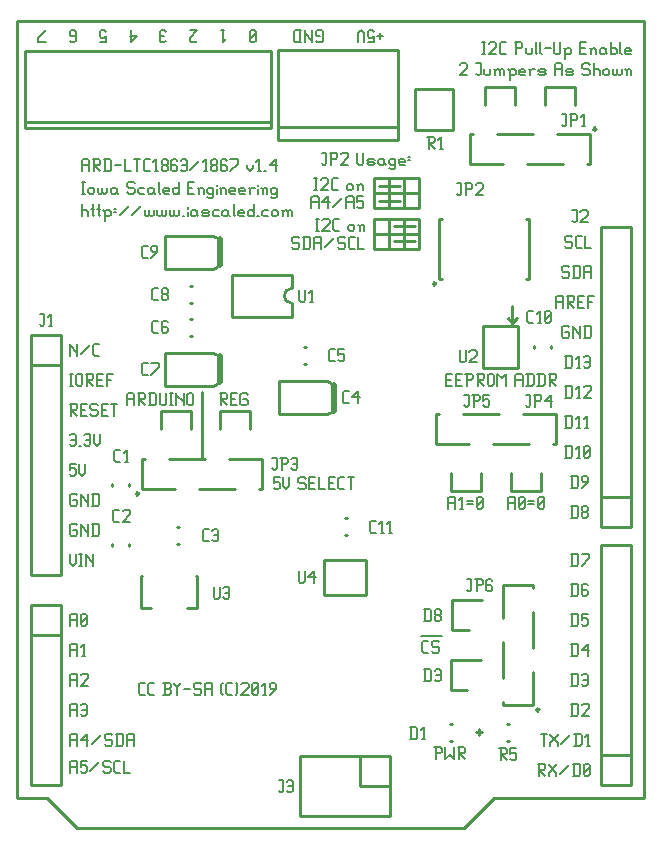
<source format=gbr>
G04 start of page 8 for group -4079 idx -4079 *
G04 Title: (unknown), topsilk *
G04 Creator: pcb 20140316 *
G04 CreationDate: Sun 31 Mar 2019 02:17:40 PM GMT UTC *
G04 For: railfan *
G04 Format: Gerber/RS-274X *
G04 PCB-Dimensions (mil): 2100.00 2700.00 *
G04 PCB-Coordinate-Origin: lower left *
%MOIN*%
%FSLAX25Y25*%
%LNTOPSILK*%
%ADD75C,0.0200*%
%ADD74C,0.0080*%
%ADD73C,0.0100*%
G54D73*X209500Y269500D02*Y10500D01*
X145000Y113000D02*Y119000D01*
X155000D02*Y113000D01*
X145000D02*X155000D01*
X165000D02*Y119000D01*
X175000D02*Y113000D01*
X165000D02*X175000D01*
X153500Y32500D02*X155500D01*
X154500Y33500D02*Y31500D01*
G54D74*X135000Y64500D02*X142000D01*
G54D73*X500Y269500D02*X209500D01*
X48500Y139500D02*X58500D01*
X156500Y247500D02*X166500D01*
Y241500D01*
X176500D02*Y247500D01*
X186500D01*
Y241500D01*
X156500D02*Y247500D01*
X119500Y207100D02*X134500D01*
X121000Y214600D02*X128000D01*
X121000Y209600D02*X128000D01*
X134500Y203600D02*Y193600D01*
X129500Y203600D02*Y193600D01*
X126000Y201100D02*X133000D01*
X126000Y196100D02*X133000D01*
X124500Y203600D02*Y193600D01*
X119500Y203600D02*Y193600D01*
X500Y10500D02*Y269500D01*
X68000Y133500D02*Y139500D01*
X78000D02*Y133500D01*
X68000Y139500D02*X78000D01*
X62000Y146000D02*Y123500D01*
X48500Y133500D02*Y139500D01*
X58500D02*Y133500D01*
X165500Y169000D02*Y174500D01*
Y169000D02*X164000Y170500D01*
X165500Y169000D02*X167000Y170500D01*
X134500Y212100D02*X119500D01*
Y217100D02*X134500D01*
Y207100D01*
X129500Y217100D02*Y207100D01*
X119500Y193600D02*X134500D01*
Y198600D02*X119500D01*
X124500Y217100D02*Y207100D01*
X119500Y217100D02*Y207100D01*
Y203600D02*X134500D01*
X20500Y500D02*X10500Y10500D01*
X149500Y500D02*X20500D01*
X500Y10500D02*X10500D01*
X209500D02*X159500D01*
X149500Y500D01*
X151000Y66500D02*X145500D01*
Y76500D01*
X155500D01*
X150500Y46500D02*X145000D01*
Y56500D01*
X155000D01*
G54D74*X18000Y22500D02*Y19000D01*
Y22500D02*X18500Y23000D01*
X20000D01*
X20500Y22500D01*
Y19000D01*
X18000Y21000D02*X20500D01*
X21700Y23000D02*X23700D01*
X21700D02*Y21000D01*
X22200Y21500D01*
X23200D01*
X23700Y21000D01*
Y19500D01*
X23200Y19000D02*X23700Y19500D01*
X22200Y19000D02*X23200D01*
X21700Y19500D02*X22200Y19000D01*
X24900Y19500D02*X27900Y22500D01*
X31100Y23000D02*X31600Y22500D01*
X29600Y23000D02*X31100D01*
X29100Y22500D02*X29600Y23000D01*
X29100Y22500D02*Y21500D01*
X29600Y21000D01*
X31100D01*
X31600Y20500D01*
Y19500D01*
X31100Y19000D02*X31600Y19500D01*
X29600Y19000D02*X31100D01*
X29100Y19500D02*X29600Y19000D01*
X33300D02*X34800D01*
X32800Y19500D02*X33300Y19000D01*
X32800Y22500D02*Y19500D01*
Y22500D02*X33300Y23000D01*
X34800D01*
X36000D02*Y19000D01*
X38000D01*
X18000Y31500D02*Y28000D01*
Y31500D02*X18500Y32000D01*
X20000D01*
X20500Y31500D01*
Y28000D01*
X18000Y30000D02*X20500D01*
X21700D02*X23700Y32000D01*
X21700Y30000D02*X24200D01*
X23700Y32000D02*Y28000D01*
X25400Y28500D02*X28400Y31500D01*
X31600Y32000D02*X32100Y31500D01*
X30100Y32000D02*X31600D01*
X29600Y31500D02*X30100Y32000D01*
X29600Y31500D02*Y30500D01*
X30100Y30000D01*
X31600D01*
X32100Y29500D01*
Y28500D01*
X31600Y28000D02*X32100Y28500D01*
X30100Y28000D02*X31600D01*
X29600Y28500D02*X30100Y28000D01*
X33800Y32000D02*Y28000D01*
X35300Y32000D02*X35800Y31500D01*
Y28500D01*
X35300Y28000D02*X35800Y28500D01*
X33300Y28000D02*X35300D01*
X33300Y32000D02*X35300D01*
X37000Y31500D02*Y28000D01*
Y31500D02*X37500Y32000D01*
X39000D01*
X39500Y31500D01*
Y28000D01*
X37000Y30000D02*X39500D01*
X18000Y41500D02*Y38000D01*
Y41500D02*X18500Y42000D01*
X20000D01*
X20500Y41500D01*
Y38000D01*
X18000Y40000D02*X20500D01*
X21700Y41500D02*X22200Y42000D01*
X23200D01*
X23700Y41500D01*
Y38500D01*
X23200Y38000D02*X23700Y38500D01*
X22200Y38000D02*X23200D01*
X21700Y38500D02*X22200Y38000D01*
Y40000D02*X23700D01*
X18000Y51500D02*Y48000D01*
Y51500D02*X18500Y52000D01*
X20000D01*
X20500Y51500D01*
Y48000D01*
X18000Y50000D02*X20500D01*
X21700Y51500D02*X22200Y52000D01*
X23700D01*
X24200Y51500D01*
Y50500D01*
X21700Y48000D02*X24200Y50500D01*
X21700Y48000D02*X24200D01*
X18000Y61500D02*Y58000D01*
Y61500D02*X18500Y62000D01*
X20000D01*
X20500Y61500D01*
Y58000D01*
X18000Y60000D02*X20500D01*
X22200Y58000D02*X23200D01*
X22700Y62000D02*Y58000D01*
X21700Y61000D02*X22700Y62000D01*
X18000Y71500D02*Y68000D01*
Y71500D02*X18500Y72000D01*
X20000D01*
X20500Y71500D01*
Y68000D01*
X18000Y70000D02*X20500D01*
X21700Y68500D02*X22200Y68000D01*
X21700Y71500D02*Y68500D01*
Y71500D02*X22200Y72000D01*
X23200D01*
X23700Y71500D01*
Y68500D01*
X23200Y68000D02*X23700Y68500D01*
X22200Y68000D02*X23200D01*
X21700Y69000D02*X23700Y71000D01*
X18000Y92000D02*Y89000D01*
X19000Y88000D01*
X20000Y89000D01*
Y92000D02*Y89000D01*
X21200Y92000D02*X22200D01*
X21700D02*Y88000D01*
X21200D02*X22200D01*
X23400Y92000D02*Y88000D01*
Y92000D02*Y91500D01*
X25900Y89000D01*
Y92000D02*Y88000D01*
X20000Y102000D02*X20500Y101500D01*
X18500Y102000D02*X20000D01*
X18000Y101500D02*X18500Y102000D01*
X18000Y101500D02*Y98500D01*
X18500Y98000D01*
X20000D01*
X20500Y98500D01*
Y99500D02*Y98500D01*
X20000Y100000D02*X20500Y99500D01*
X19000Y100000D02*X20000D01*
X21700Y102000D02*Y98000D01*
Y102000D02*Y101500D01*
X24200Y99000D01*
Y102000D02*Y98000D01*
X25900Y102000D02*Y98000D01*
X27400Y102000D02*X27900Y101500D01*
Y98500D01*
X27400Y98000D02*X27900Y98500D01*
X25400Y98000D02*X27400D01*
X25400Y102000D02*X27400D01*
X20000Y112000D02*X20500Y111500D01*
X18500Y112000D02*X20000D01*
X18000Y111500D02*X18500Y112000D01*
X18000Y111500D02*Y108500D01*
X18500Y108000D01*
X20000D01*
X20500Y108500D01*
Y109500D02*Y108500D01*
X20000Y110000D02*X20500Y109500D01*
X19000Y110000D02*X20000D01*
X21700Y112000D02*Y108000D01*
Y112000D02*Y111500D01*
X24200Y109000D01*
Y112000D02*Y108000D01*
X25900Y112000D02*Y108000D01*
X27400Y112000D02*X27900Y111500D01*
Y108500D01*
X27400Y108000D02*X27900Y108500D01*
X25400Y108000D02*X27400D01*
X25400Y112000D02*X27400D01*
X41500Y45000D02*X43000D01*
X41000Y45500D02*X41500Y45000D01*
X41000Y48500D02*Y45500D01*
Y48500D02*X41500Y49000D01*
X43000D01*
X44700Y45000D02*X46200D01*
X44200Y45500D02*X44700Y45000D01*
X44200Y48500D02*Y45500D01*
Y48500D02*X44700Y49000D01*
X46200D01*
X49200Y45000D02*X51200D01*
X51700Y45500D01*
Y46500D02*Y45500D01*
X51200Y47000D02*X51700Y46500D01*
X49700Y47000D02*X51200D01*
X49700Y49000D02*Y45000D01*
X49200Y49000D02*X51200D01*
X51700Y48500D01*
Y47500D01*
X51200Y47000D02*X51700Y47500D01*
X52900Y49000D02*Y48500D01*
X53900Y47500D01*
X54900Y48500D01*
Y49000D02*Y48500D01*
X53900Y47500D02*Y45000D01*
X56100Y47000D02*X58100D01*
X61300Y49000D02*X61800Y48500D01*
X59800Y49000D02*X61300D01*
X59300Y48500D02*X59800Y49000D01*
X59300Y48500D02*Y47500D01*
X59800Y47000D01*
X61300D01*
X61800Y46500D01*
Y45500D01*
X61300Y45000D02*X61800Y45500D01*
X59800Y45000D02*X61300D01*
X59300Y45500D02*X59800Y45000D01*
X63000Y48500D02*Y45000D01*
Y48500D02*X63500Y49000D01*
X65000D01*
X65500Y48500D01*
Y45000D01*
X63000Y47000D02*X65500D01*
X68500Y45500D02*X69000Y45000D01*
X68500Y48500D02*X69000Y49000D01*
X68500Y48500D02*Y45500D01*
X70700Y45000D02*X72200D01*
X70200Y45500D02*X70700Y45000D01*
X70200Y48500D02*Y45500D01*
Y48500D02*X70700Y49000D01*
X72200D01*
X73400D02*X73900Y48500D01*
Y45500D01*
X73400Y45000D02*X73900Y45500D01*
X75100Y48500D02*X75600Y49000D01*
X77100D01*
X77600Y48500D01*
Y47500D01*
X75100Y45000D02*X77600Y47500D01*
X75100Y45000D02*X77600D01*
X78800Y45500D02*X79300Y45000D01*
X78800Y48500D02*Y45500D01*
Y48500D02*X79300Y49000D01*
X80300D01*
X80800Y48500D01*
Y45500D01*
X80300Y45000D02*X80800Y45500D01*
X79300Y45000D02*X80300D01*
X78800Y46000D02*X80800Y48000D01*
X82500Y45000D02*X83500D01*
X83000Y49000D02*Y45000D01*
X82000Y48000D02*X83000Y49000D01*
X84700Y45000D02*X86700Y47000D01*
Y48500D02*Y47000D01*
X86200Y49000D02*X86700Y48500D01*
X85200Y49000D02*X86200D01*
X84700Y48500D02*X85200Y49000D01*
X84700Y48500D02*Y47500D01*
X85200Y47000D01*
X86700D01*
X185500Y108000D02*Y104000D01*
X187000Y108000D02*X187500Y107500D01*
Y104500D01*
X187000Y104000D02*X187500Y104500D01*
X185000Y104000D02*X187000D01*
X185000Y108000D02*X187000D01*
X188700Y104500D02*X189200Y104000D01*
X188700Y105500D02*Y104500D01*
Y105500D02*X189200Y106000D01*
X190200D01*
X190700Y105500D01*
Y104500D01*
X190200Y104000D02*X190700Y104500D01*
X189200Y104000D02*X190200D01*
X188700Y106500D02*X189200Y106000D01*
X188700Y107500D02*Y106500D01*
Y107500D02*X189200Y108000D01*
X190200D01*
X190700Y107500D01*
Y106500D01*
X190200Y106000D02*X190700Y106500D01*
X183500Y138000D02*Y134000D01*
X185000Y138000D02*X185500Y137500D01*
Y134500D01*
X185000Y134000D02*X185500Y134500D01*
X183000Y134000D02*X185000D01*
X183000Y138000D02*X185000D01*
X187200Y134000D02*X188200D01*
X187700Y138000D02*Y134000D01*
X186700Y137000D02*X187700Y138000D01*
X189900Y134000D02*X190900D01*
X190400Y138000D02*Y134000D01*
X189400Y137000D02*X190400Y138000D01*
X183500Y128000D02*Y124000D01*
X185000Y128000D02*X185500Y127500D01*
Y124500D01*
X185000Y124000D02*X185500Y124500D01*
X183000Y124000D02*X185000D01*
X183000Y128000D02*X185000D01*
X187200Y124000D02*X188200D01*
X187700Y128000D02*Y124000D01*
X186700Y127000D02*X187700Y128000D01*
X189400Y124500D02*X189900Y124000D01*
X189400Y127500D02*Y124500D01*
Y127500D02*X189900Y128000D01*
X190900D01*
X191400Y127500D01*
Y124500D01*
X190900Y124000D02*X191400Y124500D01*
X189900Y124000D02*X190900D01*
X189400Y125000D02*X191400Y127000D01*
X185500Y118000D02*Y114000D01*
X187000Y118000D02*X187500Y117500D01*
Y114500D01*
X187000Y114000D02*X187500Y114500D01*
X185000Y114000D02*X187000D01*
X185000Y118000D02*X187000D01*
X188700Y114000D02*X190700Y116000D01*
Y117500D02*Y116000D01*
X190200Y118000D02*X190700Y117500D01*
X189200Y118000D02*X190200D01*
X188700Y117500D02*X189200Y118000D01*
X188700Y117500D02*Y116500D01*
X189200Y116000D01*
X190700D01*
X185500Y52000D02*Y48000D01*
X187000Y52000D02*X187500Y51500D01*
Y48500D01*
X187000Y48000D02*X187500Y48500D01*
X185000Y48000D02*X187000D01*
X185000Y52000D02*X187000D01*
X188700Y51500D02*X189200Y52000D01*
X190200D01*
X190700Y51500D01*
Y48500D01*
X190200Y48000D02*X190700Y48500D01*
X189200Y48000D02*X190200D01*
X188700Y48500D02*X189200Y48000D01*
Y50000D02*X190700D01*
X185500Y62000D02*Y58000D01*
X187000Y62000D02*X187500Y61500D01*
Y58500D01*
X187000Y58000D02*X187500Y58500D01*
X185000Y58000D02*X187000D01*
X185000Y62000D02*X187000D01*
X188700Y60000D02*X190700Y62000D01*
X188700Y60000D02*X191200D01*
X190700Y62000D02*Y58000D01*
X185500Y42000D02*Y38000D01*
X187000Y42000D02*X187500Y41500D01*
Y38500D01*
X187000Y38000D02*X187500Y38500D01*
X185000Y38000D02*X187000D01*
X185000Y42000D02*X187000D01*
X188700Y41500D02*X189200Y42000D01*
X190700D01*
X191200Y41500D01*
Y40500D01*
X188700Y38000D02*X191200Y40500D01*
X188700Y38000D02*X191200D01*
X174000Y22000D02*X176000D01*
X176500Y21500D01*
Y20500D01*
X176000Y20000D02*X176500Y20500D01*
X174500Y20000D02*X176000D01*
X174500Y22000D02*Y18000D01*
Y20000D02*X176500Y18000D01*
X177700Y22000D02*Y21500D01*
X180200Y19000D01*
Y18000D01*
X177700Y19000D02*Y18000D01*
Y19000D02*X180200Y21500D01*
Y22000D02*Y21500D01*
X181400Y18500D02*X184400Y21500D01*
X186100Y22000D02*Y18000D01*
X187600Y22000D02*X188100Y21500D01*
Y18500D01*
X187600Y18000D02*X188100Y18500D01*
X185600Y18000D02*X187600D01*
X185600Y22000D02*X187600D01*
X189300Y18500D02*X189800Y18000D01*
X189300Y21500D02*Y18500D01*
Y21500D02*X189800Y22000D01*
X190800D01*
X191300Y21500D01*
Y18500D01*
X190800Y18000D02*X191300Y18500D01*
X189800Y18000D02*X190800D01*
X189300Y19000D02*X191300Y21000D01*
X175000Y32000D02*X177000D01*
X176000D02*Y28000D01*
X178200Y32000D02*Y31500D01*
X180700Y29000D01*
Y28000D01*
X178200Y29000D02*Y28000D01*
Y29000D02*X180700Y31500D01*
Y32000D02*Y31500D01*
X181900Y28500D02*X184900Y31500D01*
X186600Y32000D02*Y28000D01*
X188100Y32000D02*X188600Y31500D01*
Y28500D01*
X188100Y28000D02*X188600Y28500D01*
X186100Y28000D02*X188100D01*
X186100Y32000D02*X188100D01*
X190300Y28000D02*X191300D01*
X190800Y32000D02*Y28000D01*
X189800Y31000D02*X190800Y32000D01*
X140000Y27500D02*Y23500D01*
X139500Y27500D02*X141500D01*
X142000Y27000D01*
Y26000D01*
X141500Y25500D02*X142000Y26000D01*
X140000Y25500D02*X141500D01*
X143200Y27500D02*Y23500D01*
X144700Y25000D01*
X146200Y23500D01*
Y27500D02*Y23500D01*
X147400Y27500D02*X149400D01*
X149900Y27000D01*
Y26000D01*
X149400Y25500D02*X149900Y26000D01*
X147900Y25500D02*X149400D01*
X147900Y27500D02*Y23500D01*
Y25500D02*X149900Y23500D01*
X136500Y53500D02*Y49500D01*
X138000Y53500D02*X138500Y53000D01*
Y50000D01*
X138000Y49500D02*X138500Y50000D01*
X136000Y49500D02*X138000D01*
X136000Y53500D02*X138000D01*
X139700Y53000D02*X140200Y53500D01*
X141200D01*
X141700Y53000D01*
Y50000D01*
X141200Y49500D02*X141700Y50000D01*
X140200Y49500D02*X141200D01*
X139700Y50000D02*X140200Y49500D01*
Y51500D02*X141700D01*
X185500Y92000D02*Y88000D01*
X187000Y92000D02*X187500Y91500D01*
Y88500D01*
X187000Y88000D02*X187500Y88500D01*
X185000Y88000D02*X187000D01*
X185000Y92000D02*X187000D01*
X188700Y88000D02*X191200Y90500D01*
Y92000D02*Y90500D01*
X188700Y92000D02*X191200D01*
X144000Y110500D02*Y107000D01*
Y110500D02*X144500Y111000D01*
X146000D01*
X146500Y110500D01*
Y107000D01*
X144000Y109000D02*X146500D01*
X148200Y107000D02*X149200D01*
X148700Y111000D02*Y107000D01*
X147700Y110000D02*X148700Y111000D01*
X150400Y109500D02*X152400D01*
X150400Y108500D02*X152400D01*
X153600Y107500D02*X154100Y107000D01*
X153600Y110500D02*Y107500D01*
Y110500D02*X154100Y111000D01*
X155100D01*
X155600Y110500D01*
Y107500D01*
X155100Y107000D02*X155600Y107500D01*
X154100Y107000D02*X155100D01*
X153600Y108000D02*X155600Y110000D01*
X164000Y110500D02*Y107000D01*
Y110500D02*X164500Y111000D01*
X166000D01*
X166500Y110500D01*
Y107000D01*
X164000Y109000D02*X166500D01*
X167700Y107500D02*X168200Y107000D01*
X167700Y110500D02*Y107500D01*
Y110500D02*X168200Y111000D01*
X169200D01*
X169700Y110500D01*
Y107500D01*
X169200Y107000D02*X169700Y107500D01*
X168200Y107000D02*X169200D01*
X167700Y108000D02*X169700Y110000D01*
X170900Y109500D02*X172900D01*
X170900Y108500D02*X172900D01*
X174100Y107500D02*X174600Y107000D01*
X174100Y110500D02*Y107500D01*
Y110500D02*X174600Y111000D01*
X175600D01*
X176100Y110500D01*
Y107500D01*
X175600Y107000D02*X176100Y107500D01*
X174600Y107000D02*X175600D01*
X174100Y108000D02*X176100Y110000D01*
X143500Y150000D02*X145000D01*
X143500Y148000D02*X145500D01*
X143500Y152000D02*Y148000D01*
Y152000D02*X145500D01*
X146700Y150000D02*X148200D01*
X146700Y148000D02*X148700D01*
X146700Y152000D02*Y148000D01*
Y152000D02*X148700D01*
X150400D02*Y148000D01*
X149900Y152000D02*X151900D01*
X152400Y151500D01*
Y150500D01*
X151900Y150000D02*X152400Y150500D01*
X150400Y150000D02*X151900D01*
X153600Y152000D02*X155600D01*
X156100Y151500D01*
Y150500D01*
X155600Y150000D02*X156100Y150500D01*
X154100Y150000D02*X155600D01*
X154100Y152000D02*Y148000D01*
Y150000D02*X156100Y148000D01*
X157300Y151500D02*Y148500D01*
Y151500D02*X157800Y152000D01*
X158800D01*
X159300Y151500D01*
Y148500D01*
X158800Y148000D02*X159300Y148500D01*
X157800Y148000D02*X158800D01*
X157300Y148500D02*X157800Y148000D01*
X160500Y152000D02*Y148000D01*
Y152000D02*X162000Y150500D01*
X163500Y152000D01*
Y148000D01*
X166500Y151500D02*Y148000D01*
Y151500D02*X167000Y152000D01*
X168500D01*
X169000Y151500D01*
Y148000D01*
X166500Y150000D02*X169000D01*
X170700Y152000D02*Y148000D01*
X172200Y152000D02*X172700Y151500D01*
Y148500D01*
X172200Y148000D02*X172700Y148500D01*
X170200Y148000D02*X172200D01*
X170200Y152000D02*X172200D01*
X174400D02*Y148000D01*
X175900Y152000D02*X176400Y151500D01*
Y148500D01*
X175900Y148000D02*X176400Y148500D01*
X173900Y148000D02*X175900D01*
X173900Y152000D02*X175900D01*
X177600D02*X179600D01*
X180100Y151500D01*
Y150500D01*
X179600Y150000D02*X180100Y150500D01*
X178100Y150000D02*X179600D01*
X178100Y152000D02*Y148000D01*
Y150000D02*X180100Y148000D01*
X170000Y145000D02*X171500D01*
Y141500D01*
X171000Y141000D02*X171500Y141500D01*
X170500Y141000D02*X171000D01*
X170000Y141500D02*X170500Y141000D01*
X173200Y145000D02*Y141000D01*
X172700Y145000D02*X174700D01*
X175200Y144500D01*
Y143500D01*
X174700Y143000D02*X175200Y143500D01*
X173200Y143000D02*X174700D01*
X176400D02*X178400Y145000D01*
X176400Y143000D02*X178900D01*
X178400Y145000D02*Y141000D01*
X149500Y145000D02*X151000D01*
Y141500D01*
X150500Y141000D02*X151000Y141500D01*
X150000Y141000D02*X150500D01*
X149500Y141500D02*X150000Y141000D01*
X152700Y145000D02*Y141000D01*
X152200Y145000D02*X154200D01*
X154700Y144500D01*
Y143500D01*
X154200Y143000D02*X154700Y143500D01*
X152700Y143000D02*X154200D01*
X155900Y145000D02*X157900D01*
X155900D02*Y143000D01*
X156400Y143500D01*
X157400D01*
X157900Y143000D01*
Y141500D01*
X157400Y141000D02*X157900Y141500D01*
X156400Y141000D02*X157400D01*
X155900Y141500D02*X156400Y141000D01*
X185500Y82000D02*Y78000D01*
X187000Y82000D02*X187500Y81500D01*
Y78500D01*
X187000Y78000D02*X187500Y78500D01*
X185000Y78000D02*X187000D01*
X185000Y82000D02*X187000D01*
X190200D02*X190700Y81500D01*
X189200Y82000D02*X190200D01*
X188700Y81500D02*X189200Y82000D01*
X188700Y81500D02*Y78500D01*
X189200Y78000D01*
X190200Y80000D02*X190700Y79500D01*
X188700Y80000D02*X190200D01*
X189200Y78000D02*X190200D01*
X190700Y78500D01*
Y79500D02*Y78500D01*
X185500Y72000D02*Y68000D01*
X187000Y72000D02*X187500Y71500D01*
Y68500D01*
X187000Y68000D02*X187500Y68500D01*
X185000Y68000D02*X187000D01*
X185000Y72000D02*X187000D01*
X188700D02*X190700D01*
X188700D02*Y70000D01*
X189200Y70500D01*
X190200D01*
X190700Y70000D01*
Y68500D01*
X190200Y68000D02*X190700Y68500D01*
X189200Y68000D02*X190200D01*
X188700Y68500D02*X189200Y68000D01*
X136500Y73500D02*Y69500D01*
X138000Y73500D02*X138500Y73000D01*
Y70000D01*
X138000Y69500D02*X138500Y70000D01*
X136000Y69500D02*X138000D01*
X136000Y73500D02*X138000D01*
X139700Y70000D02*X140200Y69500D01*
X139700Y71000D02*Y70000D01*
Y71000D02*X140200Y71500D01*
X141200D01*
X141700Y71000D01*
Y70000D01*
X141200Y69500D02*X141700Y70000D01*
X140200Y69500D02*X141200D01*
X139700Y72000D02*X140200Y71500D01*
X139700Y73000D02*Y72000D01*
Y73000D02*X140200Y73500D01*
X141200D01*
X141700Y73000D01*
Y72000D01*
X141200Y71500D02*X141700Y72000D01*
X136000Y59000D02*X137500D01*
X135500Y59500D02*X136000Y59000D01*
X135500Y62500D02*Y59500D01*
Y62500D02*X136000Y63000D01*
X137500D01*
X140700D02*X141200Y62500D01*
X139200Y63000D02*X140700D01*
X138700Y62500D02*X139200Y63000D01*
X138700Y62500D02*Y61500D01*
X139200Y61000D01*
X140700D01*
X141200Y60500D01*
Y59500D01*
X140700Y59000D02*X141200Y59500D01*
X139200Y59000D02*X140700D01*
X138700Y59500D02*X139200Y59000D01*
X18000Y122000D02*X20000D01*
X18000D02*Y120000D01*
X18500Y120500D01*
X19500D01*
X20000Y120000D01*
Y118500D01*
X19500Y118000D02*X20000Y118500D01*
X18500Y118000D02*X19500D01*
X18000Y118500D02*X18500Y118000D01*
X21200Y122000D02*Y119000D01*
X22200Y118000D01*
X23200Y119000D01*
Y122000D02*Y119000D01*
X86000Y117500D02*X88000D01*
X86000D02*Y115500D01*
X86500Y116000D01*
X87500D01*
X88000Y115500D01*
Y114000D01*
X87500Y113500D02*X88000Y114000D01*
X86500Y113500D02*X87500D01*
X86000Y114000D02*X86500Y113500D01*
X89200Y117500D02*Y114500D01*
X90200Y113500D01*
X91200Y114500D01*
Y117500D02*Y114500D01*
X96200Y117500D02*X96700Y117000D01*
X94700Y117500D02*X96200D01*
X94200Y117000D02*X94700Y117500D01*
X94200Y117000D02*Y116000D01*
X94700Y115500D01*
X96200D01*
X96700Y115000D01*
Y114000D01*
X96200Y113500D02*X96700Y114000D01*
X94700Y113500D02*X96200D01*
X94200Y114000D02*X94700Y113500D01*
X97900Y115500D02*X99400D01*
X97900Y113500D02*X99900D01*
X97900Y117500D02*Y113500D01*
Y117500D02*X99900D01*
X101100D02*Y113500D01*
X103100D01*
X104300Y115500D02*X105800D01*
X104300Y113500D02*X106300D01*
X104300Y117500D02*Y113500D01*
Y117500D02*X106300D01*
X108000Y113500D02*X109500D01*
X107500Y114000D02*X108000Y113500D01*
X107500Y117000D02*Y114000D01*
Y117000D02*X108000Y117500D01*
X109500D01*
X110700D02*X112700D01*
X111700D02*Y113500D01*
X18000Y131500D02*X18500Y132000D01*
X19500D01*
X20000Y131500D01*
Y128500D01*
X19500Y128000D02*X20000Y128500D01*
X18500Y128000D02*X19500D01*
X18000Y128500D02*X18500Y128000D01*
Y130000D02*X20000D01*
X21200Y128000D02*X21700D01*
X22900Y131500D02*X23400Y132000D01*
X24400D01*
X24900Y131500D01*
Y128500D01*
X24400Y128000D02*X24900Y128500D01*
X23400Y128000D02*X24400D01*
X22900Y128500D02*X23400Y128000D01*
Y130000D02*X24900D01*
X26100Y132000D02*Y129000D01*
X27100Y128000D01*
X28100Y129000D01*
Y132000D02*Y129000D01*
X18000Y152000D02*X19000D01*
X18500D02*Y148000D01*
X18000D02*X19000D01*
X20200Y151500D02*Y148500D01*
Y151500D02*X20700Y152000D01*
X21700D01*
X22200Y151500D01*
Y148500D01*
X21700Y148000D02*X22200Y148500D01*
X20700Y148000D02*X21700D01*
X20200Y148500D02*X20700Y148000D01*
X23400Y152000D02*X25400D01*
X25900Y151500D01*
Y150500D01*
X25400Y150000D02*X25900Y150500D01*
X23900Y150000D02*X25400D01*
X23900Y152000D02*Y148000D01*
Y150000D02*X25900Y148000D01*
X27100Y150000D02*X28600D01*
X27100Y148000D02*X29100D01*
X27100Y152000D02*Y148000D01*
Y152000D02*X29100D01*
X30300D02*Y148000D01*
Y152000D02*X32300D01*
X30300Y150000D02*X31800D01*
X18000Y142000D02*X20000D01*
X20500Y141500D01*
Y140500D01*
X20000Y140000D02*X20500Y140500D01*
X18500Y140000D02*X20000D01*
X18500Y142000D02*Y138000D01*
Y140000D02*X20500Y138000D01*
X21700Y140000D02*X23200D01*
X21700Y138000D02*X23700D01*
X21700Y142000D02*Y138000D01*
Y142000D02*X23700D01*
X26900D02*X27400Y141500D01*
X25400Y142000D02*X26900D01*
X24900Y141500D02*X25400Y142000D01*
X24900Y141500D02*Y140500D01*
X25400Y140000D01*
X26900D01*
X27400Y139500D01*
Y138500D01*
X26900Y138000D02*X27400Y138500D01*
X25400Y138000D02*X26900D01*
X24900Y138500D02*X25400Y138000D01*
X28600Y140000D02*X30100D01*
X28600Y138000D02*X30600D01*
X28600Y142000D02*Y138000D01*
Y142000D02*X30600D01*
X31800D02*X33800D01*
X32800D02*Y138000D01*
X18000Y162000D02*Y158000D01*
Y162000D02*Y161500D01*
X20500Y159000D01*
Y162000D02*Y158000D01*
X21700Y158500D02*X24700Y161500D01*
X26400Y158000D02*X27900D01*
X25900Y158500D02*X26400Y158000D01*
X25900Y161500D02*Y158500D01*
Y161500D02*X26400Y162000D01*
X27900D01*
X68000Y145500D02*X70000D01*
X70500Y145000D01*
Y144000D01*
X70000Y143500D02*X70500Y144000D01*
X68500Y143500D02*X70000D01*
X68500Y145500D02*Y141500D01*
Y143500D02*X70500Y141500D01*
X71700Y143500D02*X73200D01*
X71700Y141500D02*X73700D01*
X71700Y145500D02*Y141500D01*
Y145500D02*X73700D01*
X76900D02*X77400Y145000D01*
X75400Y145500D02*X76900D01*
X74900Y145000D02*X75400Y145500D01*
X74900Y145000D02*Y142000D01*
X75400Y141500D01*
X76900D01*
X77400Y142000D01*
Y143000D02*Y142000D01*
X76900Y143500D02*X77400Y143000D01*
X75900Y143500D02*X76900D01*
X37000Y145000D02*Y141500D01*
Y145000D02*X37500Y145500D01*
X39000D01*
X39500Y145000D01*
Y141500D01*
X37000Y143500D02*X39500D01*
X40700Y145500D02*X42700D01*
X43200Y145000D01*
Y144000D01*
X42700Y143500D02*X43200Y144000D01*
X41200Y143500D02*X42700D01*
X41200Y145500D02*Y141500D01*
Y143500D02*X43200Y141500D01*
X44900Y145500D02*Y141500D01*
X46400Y145500D02*X46900Y145000D01*
Y142000D01*
X46400Y141500D02*X46900Y142000D01*
X44400Y141500D02*X46400D01*
X44400Y145500D02*X46400D01*
X48100D02*Y142000D01*
X48600Y141500D01*
X49600D01*
X50100Y142000D01*
Y145500D02*Y142000D01*
X51300Y145500D02*X52300D01*
X51800D02*Y141500D01*
X51300D02*X52300D01*
X53500Y145500D02*Y141500D01*
Y145500D02*Y145000D01*
X56000Y142500D01*
Y145500D02*Y141500D01*
X57200Y145000D02*Y142000D01*
Y145000D02*X57700Y145500D01*
X58700D01*
X59200Y145000D01*
Y142000D01*
X58700Y141500D02*X59200Y142000D01*
X57700Y141500D02*X58700D01*
X57200Y142000D02*X57700Y141500D01*
X184000Y188000D02*X184500Y187500D01*
X182500Y188000D02*X184000D01*
X182000Y187500D02*X182500Y188000D01*
X182000Y187500D02*Y186500D01*
X182500Y186000D01*
X184000D01*
X184500Y185500D01*
Y184500D01*
X184000Y184000D02*X184500Y184500D01*
X182500Y184000D02*X184000D01*
X182000Y184500D02*X182500Y184000D01*
X186200Y188000D02*Y184000D01*
X187700Y188000D02*X188200Y187500D01*
Y184500D01*
X187700Y184000D02*X188200Y184500D01*
X185700Y184000D02*X187700D01*
X185700Y188000D02*X187700D01*
X189400Y187500D02*Y184000D01*
Y187500D02*X189900Y188000D01*
X191400D01*
X191900Y187500D01*
Y184000D01*
X189400Y186000D02*X191900D01*
X185000Y198000D02*X185500Y197500D01*
X183500Y198000D02*X185000D01*
X183000Y197500D02*X183500Y198000D01*
X183000Y197500D02*Y196500D01*
X183500Y196000D01*
X185000D01*
X185500Y195500D01*
Y194500D01*
X185000Y194000D02*X185500Y194500D01*
X183500Y194000D02*X185000D01*
X183000Y194500D02*X183500Y194000D01*
X187200D02*X188700D01*
X186700Y194500D02*X187200Y194000D01*
X186700Y197500D02*Y194500D01*
Y197500D02*X187200Y198000D01*
X188700D01*
X189900D02*Y194000D01*
X191900D01*
X148000Y255000D02*X148500Y255500D01*
X150000D01*
X150500Y255000D01*
Y254000D01*
X148000Y251500D02*X150500Y254000D01*
X148000Y251500D02*X150500D01*
X153500Y255500D02*X155000D01*
Y252000D01*
X154500Y251500D02*X155000Y252000D01*
X154000Y251500D02*X154500D01*
X153500Y252000D02*X154000Y251500D01*
X156200Y253500D02*Y252000D01*
X156700Y251500D01*
X157700D01*
X158200Y252000D01*
Y253500D02*Y252000D01*
X159900Y253000D02*Y251500D01*
Y253000D02*X160400Y253500D01*
X160900D01*
X161400Y253000D01*
Y251500D01*
Y253000D02*X161900Y253500D01*
X162400D01*
X162900Y253000D01*
Y251500D01*
X159400Y253500D02*X159900Y253000D01*
X164600D02*Y250000D01*
X164100Y253500D02*X164600Y253000D01*
X165100Y253500D01*
X166100D01*
X166600Y253000D01*
Y252000D01*
X166100Y251500D02*X166600Y252000D01*
X165100Y251500D02*X166100D01*
X164600Y252000D02*X165100Y251500D01*
X168300D02*X169800D01*
X167800Y252000D02*X168300Y251500D01*
X167800Y253000D02*Y252000D01*
Y253000D02*X168300Y253500D01*
X169300D01*
X169800Y253000D01*
X167800Y252500D02*X169800D01*
Y253000D02*Y252500D01*
X171500Y253000D02*Y251500D01*
Y253000D02*X172000Y253500D01*
X173000D01*
X171000D02*X171500Y253000D01*
X174700Y251500D02*X176200D01*
X176700Y252000D01*
X176200Y252500D02*X176700Y252000D01*
X174700Y252500D02*X176200D01*
X174200Y253000D02*X174700Y252500D01*
X174200Y253000D02*X174700Y253500D01*
X176200D01*
X176700Y253000D01*
X174200Y252000D02*X174700Y251500D01*
X179700Y255000D02*Y251500D01*
Y255000D02*X180200Y255500D01*
X181700D01*
X182200Y255000D01*
Y251500D01*
X179700Y253500D02*X182200D01*
X183900Y251500D02*X185400D01*
X185900Y252000D01*
X185400Y252500D02*X185900Y252000D01*
X183900Y252500D02*X185400D01*
X183400Y253000D02*X183900Y252500D01*
X183400Y253000D02*X183900Y253500D01*
X185400D01*
X185900Y253000D01*
X183400Y252000D02*X183900Y251500D01*
X190900Y255500D02*X191400Y255000D01*
X189400Y255500D02*X190900D01*
X188900Y255000D02*X189400Y255500D01*
X188900Y255000D02*Y254000D01*
X189400Y253500D01*
X190900D01*
X191400Y253000D01*
Y252000D01*
X190900Y251500D02*X191400Y252000D01*
X189400Y251500D02*X190900D01*
X188900Y252000D02*X189400Y251500D01*
X192600Y255500D02*Y251500D01*
Y253000D02*X193100Y253500D01*
X194100D01*
X194600Y253000D01*
Y251500D01*
X195800Y253000D02*Y252000D01*
Y253000D02*X196300Y253500D01*
X197300D01*
X197800Y253000D01*
Y252000D01*
X197300Y251500D02*X197800Y252000D01*
X196300Y251500D02*X197300D01*
X195800Y252000D02*X196300Y251500D01*
X199000Y253500D02*Y252000D01*
X199500Y251500D01*
X200000D01*
X200500Y252000D01*
Y253500D02*Y252000D01*
X201000Y251500D01*
X201500D01*
X202000Y252000D01*
Y253500D02*Y252000D01*
X203700Y253000D02*Y251500D01*
Y253000D02*X204200Y253500D01*
X204700D01*
X205200Y253000D01*
Y251500D01*
X203200Y253500D02*X203700Y253000D01*
X155500Y262500D02*X156500D01*
X156000D02*Y258500D01*
X155500D02*X156500D01*
X157700Y262000D02*X158200Y262500D01*
X159700D01*
X160200Y262000D01*
Y261000D01*
X157700Y258500D02*X160200Y261000D01*
X157700Y258500D02*X160200D01*
X161900D02*X163400D01*
X161400Y259000D02*X161900Y258500D01*
X161400Y262000D02*Y259000D01*
Y262000D02*X161900Y262500D01*
X163400D01*
X166900D02*Y258500D01*
X166400Y262500D02*X168400D01*
X168900Y262000D01*
Y261000D01*
X168400Y260500D02*X168900Y261000D01*
X166900Y260500D02*X168400D01*
X170100D02*Y259000D01*
X170600Y258500D01*
X171600D01*
X172100Y259000D01*
Y260500D02*Y259000D01*
X173300Y262500D02*Y259000D01*
X173800Y258500D01*
X174800Y262500D02*Y259000D01*
X175300Y258500D01*
X176300Y260500D02*X178300D01*
X179500Y262500D02*Y259000D01*
X180000Y258500D01*
X181000D01*
X181500Y259000D01*
Y262500D02*Y259000D01*
X183200Y260000D02*Y257000D01*
X182700Y260500D02*X183200Y260000D01*
X183700Y260500D01*
X184700D01*
X185200Y260000D01*
Y259000D01*
X184700Y258500D02*X185200Y259000D01*
X183700Y258500D02*X184700D01*
X183200Y259000D02*X183700Y258500D01*
X188200Y260500D02*X189700D01*
X188200Y258500D02*X190200D01*
X188200Y262500D02*Y258500D01*
Y262500D02*X190200D01*
X191900Y260000D02*Y258500D01*
Y260000D02*X192400Y260500D01*
X192900D01*
X193400Y260000D01*
Y258500D01*
X191400Y260500D02*X191900Y260000D01*
X196100Y260500D02*X196600Y260000D01*
X195100Y260500D02*X196100D01*
X194600Y260000D02*X195100Y260500D01*
X194600Y260000D02*Y259000D01*
X195100Y258500D01*
X196600Y260500D02*Y259000D01*
X197100Y258500D01*
X195100D02*X196100D01*
X196600Y259000D01*
X198300Y262500D02*Y258500D01*
Y259000D02*X198800Y258500D01*
X199800D01*
X200300Y259000D01*
Y260000D02*Y259000D01*
X199800Y260500D02*X200300Y260000D01*
X198800Y260500D02*X199800D01*
X198300Y260000D02*X198800Y260500D01*
X201500Y262500D02*Y259000D01*
X202000Y258500D01*
X203500D02*X205000D01*
X203000Y259000D02*X203500Y258500D01*
X203000Y260000D02*Y259000D01*
Y260000D02*X203500Y260500D01*
X204500D01*
X205000Y260000D01*
X203000Y259500D02*X205000D01*
Y260000D02*Y259500D01*
X183500Y158000D02*Y154000D01*
X185000Y158000D02*X185500Y157500D01*
Y154500D01*
X185000Y154000D02*X185500Y154500D01*
X183000Y154000D02*X185000D01*
X183000Y158000D02*X185000D01*
X187200Y154000D02*X188200D01*
X187700Y158000D02*Y154000D01*
X186700Y157000D02*X187700Y158000D01*
X189400Y157500D02*X189900Y158000D01*
X190900D01*
X191400Y157500D01*
Y154500D01*
X190900Y154000D02*X191400Y154500D01*
X189900Y154000D02*X190900D01*
X189400Y154500D02*X189900Y154000D01*
Y156000D02*X191400D01*
X183500Y148000D02*Y144000D01*
X185000Y148000D02*X185500Y147500D01*
Y144500D01*
X185000Y144000D02*X185500Y144500D01*
X183000Y144000D02*X185000D01*
X183000Y148000D02*X185000D01*
X187200Y144000D02*X188200D01*
X187700Y148000D02*Y144000D01*
X186700Y147000D02*X187700Y148000D01*
X189400Y147500D02*X189900Y148000D01*
X191400D01*
X191900Y147500D01*
Y146500D01*
X189400Y144000D02*X191900Y146500D01*
X189400Y144000D02*X191900D01*
X184000Y168000D02*X184500Y167500D01*
X182500Y168000D02*X184000D01*
X182000Y167500D02*X182500Y168000D01*
X182000Y167500D02*Y164500D01*
X182500Y164000D01*
X184000D01*
X184500Y164500D01*
Y165500D02*Y164500D01*
X184000Y166000D02*X184500Y165500D01*
X183000Y166000D02*X184000D01*
X185700Y168000D02*Y164000D01*
Y168000D02*Y167500D01*
X188200Y165000D01*
Y168000D02*Y164000D01*
X189900Y168000D02*Y164000D01*
X191400Y168000D02*X191900Y167500D01*
Y164500D01*
X191400Y164000D02*X191900Y164500D01*
X189400Y164000D02*X191400D01*
X189400Y168000D02*X191400D01*
X180000Y177500D02*Y174000D01*
Y177500D02*X180500Y178000D01*
X182000D01*
X182500Y177500D01*
Y174000D01*
X180000Y176000D02*X182500D01*
X183700Y178000D02*X185700D01*
X186200Y177500D01*
Y176500D01*
X185700Y176000D02*X186200Y176500D01*
X184200Y176000D02*X185700D01*
X184200Y178000D02*Y174000D01*
Y176000D02*X186200Y174000D01*
X187400Y176000D02*X188900D01*
X187400Y174000D02*X189400D01*
X187400Y178000D02*Y174000D01*
Y178000D02*X189400D01*
X190600D02*Y174000D01*
Y178000D02*X192600D01*
X190600Y176000D02*X192100D01*
X10000Y266500D02*X7500Y264000D01*
Y262500D01*
X10000D01*
X18500D02*X18000Y263000D01*
X18500Y262500D02*X19500D01*
X20000Y263000D02*X19500Y262500D01*
X20000Y266000D02*Y263000D01*
Y266000D02*X19500Y266500D01*
X18500Y264500D02*X18000Y265000D01*
X18500Y264500D02*X20000D01*
X18500Y266500D02*X19500D01*
X18500D02*X18000Y266000D01*
Y265000D01*
X28000Y262500D02*X30000D01*
Y264500D02*Y262500D01*
Y264500D02*X29500Y264000D01*
X28500D02*X29500D01*
X28500D02*X28000Y264500D01*
Y266000D02*Y264500D01*
X28500Y266500D02*X28000Y266000D01*
X28500Y266500D02*X29500D01*
X30000Y266000D02*X29500Y266500D01*
X40500Y264500D02*X38500Y262500D01*
X38000Y264500D02*X40500D01*
X38500Y266500D02*Y262500D01*
X50000Y263000D02*X49500Y262500D01*
X48500D02*X49500D01*
X48500D02*X48000Y263000D01*
Y266000D02*Y263000D01*
X48500Y266500D02*X48000Y266000D01*
X48500Y266500D02*X49500D01*
X50000Y266000D02*X49500Y266500D01*
X48000Y264500D02*X49500D01*
X60500Y263000D02*X60000Y262500D01*
X58500D02*X60000D01*
X58500D02*X58000Y263000D01*
Y264000D02*Y263000D01*
X60500Y266500D02*X58000Y264000D01*
Y266500D02*X60500D01*
X68500D02*X69500D01*
X69000D02*Y262500D01*
X70000Y263500D02*X69000Y262500D01*
X80000Y266000D02*X79500Y266500D01*
X80000Y266000D02*Y263000D01*
X79500Y262500D01*
X78500D02*X79500D01*
X78500D02*X78000Y263000D01*
Y266000D02*Y263000D01*
X78500Y266500D02*X78000Y266000D01*
X78500Y266500D02*X79500D01*
X80000Y265500D02*X78000Y263500D01*
X100500Y262500D02*X100000Y263000D01*
X100500Y262500D02*X102000D01*
X102500Y263000D02*X102000Y262500D01*
X102500Y266000D02*Y263000D01*
Y266000D02*X102000Y266500D01*
X100500D02*X102000D01*
X100500D02*X100000Y266000D01*
Y265000D01*
X100500Y264500D02*X100000Y265000D01*
X100500Y264500D02*X101500D01*
X98800Y266500D02*Y262500D01*
Y263000D02*Y262500D01*
Y263000D02*X96300Y265500D01*
Y266500D02*Y262500D01*
X94600Y266500D02*Y262500D01*
X93100D02*X92600Y263000D01*
Y266000D02*Y263000D01*
X93100Y266500D02*X92600Y266000D01*
X93100Y266500D02*X95100D01*
X93100Y262500D02*X95100D01*
X120500Y264500D02*X122500D01*
X121500Y265500D02*Y263500D01*
X117300Y262500D02*X119300D01*
Y264500D02*Y262500D01*
Y264500D02*X118800Y264000D01*
X117800D02*X118800D01*
X117800D02*X117300Y264500D01*
Y266000D02*Y264500D01*
X117800Y266500D02*X117300Y266000D01*
X117800Y266500D02*X118800D01*
X119300Y266000D02*X118800Y266500D01*
X116100Y265500D02*Y262500D01*
Y265500D02*X115100Y266500D01*
X114100Y265500D01*
Y262500D01*
X102000Y225600D02*X103500D01*
Y222100D01*
X103000Y221600D02*X103500Y222100D01*
X102500Y221600D02*X103000D01*
X102000Y222100D02*X102500Y221600D01*
X105200Y225600D02*Y221600D01*
X104700Y225600D02*X106700D01*
X107200Y225100D01*
Y224100D01*
X106700Y223600D02*X107200Y224100D01*
X105200Y223600D02*X106700D01*
X108400Y225100D02*X108900Y225600D01*
X110400D01*
X110900Y225100D01*
Y224100D01*
X108400Y221600D02*X110900Y224100D01*
X108400Y221600D02*X110900D01*
X113900Y225600D02*Y222100D01*
X114400Y221600D01*
X115400D01*
X115900Y222100D01*
Y225600D02*Y222100D01*
X117600Y221600D02*X119100D01*
X119600Y222100D01*
X119100Y222600D02*X119600Y222100D01*
X117600Y222600D02*X119100D01*
X117100Y223100D02*X117600Y222600D01*
X117100Y223100D02*X117600Y223600D01*
X119100D01*
X119600Y223100D01*
X117100Y222100D02*X117600Y221600D01*
X122300Y223600D02*X122800Y223100D01*
X121300Y223600D02*X122300D01*
X120800Y223100D02*X121300Y223600D01*
X120800Y223100D02*Y222100D01*
X121300Y221600D01*
X122800Y223600D02*Y222100D01*
X123300Y221600D01*
X121300D02*X122300D01*
X122800Y222100D01*
X126000Y223600D02*X126500Y223100D01*
X125000Y223600D02*X126000D01*
X124500Y223100D02*X125000Y223600D01*
X124500Y223100D02*Y222100D01*
X125000Y221600D01*
X126000D01*
X126500Y222100D01*
X124500Y220600D02*X125000Y220100D01*
X126000D01*
X126500Y220600D01*
Y223600D02*Y220600D01*
X128200Y221600D02*X129700D01*
X127700Y222100D02*X128200Y221600D01*
X127700Y223100D02*Y222100D01*
Y223100D02*X128200Y223600D01*
X129200D01*
X129700Y223100D01*
X127700Y222600D02*X129700D01*
Y223100D02*Y222600D01*
X130900Y224100D02*X131400D01*
X130900Y223100D02*X131400D01*
X99500Y217100D02*X100500D01*
X100000D02*Y213100D01*
X99500D02*X100500D01*
X101700Y216600D02*X102200Y217100D01*
X103700D01*
X104200Y216600D01*
Y215600D01*
X101700Y213100D02*X104200Y215600D01*
X101700Y213100D02*X104200D01*
X105900D02*X107400D01*
X105400Y213600D02*X105900Y213100D01*
X105400Y216600D02*Y213600D01*
Y216600D02*X105900Y217100D01*
X107400D01*
X110400Y214600D02*Y213600D01*
Y214600D02*X110900Y215100D01*
X111900D01*
X112400Y214600D01*
Y213600D01*
X111900Y213100D02*X112400Y213600D01*
X110900Y213100D02*X111900D01*
X110400Y213600D02*X110900Y213100D01*
X114100Y214600D02*Y213100D01*
Y214600D02*X114600Y215100D01*
X115100D01*
X115600Y214600D01*
Y213100D01*
X113600Y215100D02*X114100Y214600D01*
X98500Y210600D02*Y207100D01*
Y210600D02*X99000Y211100D01*
X100500D01*
X101000Y210600D01*
Y207100D01*
X98500Y209100D02*X101000D01*
X102200D02*X104200Y211100D01*
X102200Y209100D02*X104700D01*
X104200Y211100D02*Y207100D01*
X105900Y207600D02*X108900Y210600D01*
X110100D02*Y207100D01*
Y210600D02*X110600Y211100D01*
X112100D01*
X112600Y210600D01*
Y207100D01*
X110100Y209100D02*X112600D01*
X113800Y211100D02*X115800D01*
X113800D02*Y209100D01*
X114300Y209600D01*
X115300D01*
X115800Y209100D01*
Y207600D01*
X115300Y207100D02*X115800Y207600D01*
X114300Y207100D02*X115300D01*
X113800Y207600D02*X114300Y207100D01*
X100000Y203600D02*X101000D01*
X100500D02*Y199600D01*
X100000D02*X101000D01*
X102200Y203100D02*X102700Y203600D01*
X104200D01*
X104700Y203100D01*
Y202100D01*
X102200Y199600D02*X104700Y202100D01*
X102200Y199600D02*X104700D01*
X106400D02*X107900D01*
X105900Y200100D02*X106400Y199600D01*
X105900Y203100D02*Y200100D01*
Y203100D02*X106400Y203600D01*
X107900D01*
X110900Y201100D02*Y200100D01*
Y201100D02*X111400Y201600D01*
X112400D01*
X112900Y201100D01*
Y200100D01*
X112400Y199600D02*X112900Y200100D01*
X111400Y199600D02*X112400D01*
X110900Y200100D02*X111400Y199600D01*
X114600Y201100D02*Y199600D01*
Y201100D02*X115100Y201600D01*
X115600D01*
X116100Y201100D01*
Y199600D01*
X114100Y201600D02*X114600Y201100D01*
X94000Y197600D02*X94500Y197100D01*
X92500Y197600D02*X94000D01*
X92000Y197100D02*X92500Y197600D01*
X92000Y197100D02*Y196100D01*
X92500Y195600D01*
X94000D01*
X94500Y195100D01*
Y194100D01*
X94000Y193600D02*X94500Y194100D01*
X92500Y193600D02*X94000D01*
X92000Y194100D02*X92500Y193600D01*
X96200Y197600D02*Y193600D01*
X97700Y197600D02*X98200Y197100D01*
Y194100D01*
X97700Y193600D02*X98200Y194100D01*
X95700Y193600D02*X97700D01*
X95700Y197600D02*X97700D01*
X99400Y197100D02*Y193600D01*
Y197100D02*X99900Y197600D01*
X101400D01*
X101900Y197100D01*
Y193600D01*
X99400Y195600D02*X101900D01*
X103100Y194100D02*X106100Y197100D01*
X109300Y197600D02*X109800Y197100D01*
X107800Y197600D02*X109300D01*
X107300Y197100D02*X107800Y197600D01*
X107300Y197100D02*Y196100D01*
X107800Y195600D01*
X109300D01*
X109800Y195100D01*
Y194100D01*
X109300Y193600D02*X109800Y194100D01*
X107800Y193600D02*X109300D01*
X107300Y194100D02*X107800Y193600D01*
X111500D02*X113000D01*
X111000Y194100D02*X111500Y193600D01*
X111000Y197100D02*Y194100D01*
Y197100D02*X111500Y197600D01*
X113000D01*
X114200D02*Y193600D01*
X116200D01*
X22000Y208500D02*Y204500D01*
Y206000D02*X22500Y206500D01*
X23500D01*
X24000Y206000D01*
Y204500D01*
X25700Y208500D02*Y205000D01*
X26200Y204500D01*
X25200Y207000D02*X26200D01*
X27700Y208500D02*Y205000D01*
X28200Y204500D01*
X27200Y207000D02*X28200D01*
X29700Y206000D02*Y203000D01*
X29200Y206500D02*X29700Y206000D01*
X30200Y206500D01*
X31200D01*
X31700Y206000D01*
Y205000D01*
X31200Y204500D02*X31700Y205000D01*
X30200Y204500D02*X31200D01*
X29700Y205000D02*X30200Y204500D01*
X32900Y207000D02*X33400D01*
X32900Y206000D02*X33400D01*
X34600Y205000D02*X37600Y208000D01*
X38800Y205000D02*X41800Y208000D01*
X43000Y206500D02*Y205000D01*
X43500Y204500D01*
X44000D01*
X44500Y205000D01*
Y206500D02*Y205000D01*
X45000Y204500D01*
X45500D01*
X46000Y205000D01*
Y206500D02*Y205000D01*
X47200Y206500D02*Y205000D01*
X47700Y204500D01*
X48200D01*
X48700Y205000D01*
Y206500D02*Y205000D01*
X49200Y204500D01*
X49700D01*
X50200Y205000D01*
Y206500D02*Y205000D01*
X51400Y206500D02*Y205000D01*
X51900Y204500D01*
X52400D01*
X52900Y205000D01*
Y206500D02*Y205000D01*
X53400Y204500D01*
X53900D01*
X54400Y205000D01*
Y206500D02*Y205000D01*
X55600Y204500D02*X56100D01*
X57300Y207500D02*Y207000D01*
Y206000D02*Y204500D01*
X59800Y206500D02*X60300Y206000D01*
X58800Y206500D02*X59800D01*
X58300Y206000D02*X58800Y206500D01*
X58300Y206000D02*Y205000D01*
X58800Y204500D01*
X60300Y206500D02*Y205000D01*
X60800Y204500D01*
X58800D02*X59800D01*
X60300Y205000D01*
X62500Y204500D02*X64000D01*
X64500Y205000D01*
X64000Y205500D02*X64500Y205000D01*
X62500Y205500D02*X64000D01*
X62000Y206000D02*X62500Y205500D01*
X62000Y206000D02*X62500Y206500D01*
X64000D01*
X64500Y206000D01*
X62000Y205000D02*X62500Y204500D01*
X66200Y206500D02*X67700D01*
X65700Y206000D02*X66200Y206500D01*
X65700Y206000D02*Y205000D01*
X66200Y204500D01*
X67700D01*
X70400Y206500D02*X70900Y206000D01*
X69400Y206500D02*X70400D01*
X68900Y206000D02*X69400Y206500D01*
X68900Y206000D02*Y205000D01*
X69400Y204500D01*
X70900Y206500D02*Y205000D01*
X71400Y204500D01*
X69400D02*X70400D01*
X70900Y205000D01*
X72600Y208500D02*Y205000D01*
X73100Y204500D01*
X74600D02*X76100D01*
X74100Y205000D02*X74600Y204500D01*
X74100Y206000D02*Y205000D01*
Y206000D02*X74600Y206500D01*
X75600D01*
X76100Y206000D01*
X74100Y205500D02*X76100D01*
Y206000D02*Y205500D01*
X79300Y208500D02*Y204500D01*
X78800D02*X79300Y205000D01*
X77800Y204500D02*X78800D01*
X77300Y205000D02*X77800Y204500D01*
X77300Y206000D02*Y205000D01*
Y206000D02*X77800Y206500D01*
X78800D01*
X79300Y206000D01*
X80500Y204500D02*X81000D01*
X82700Y206500D02*X84200D01*
X82200Y206000D02*X82700Y206500D01*
X82200Y206000D02*Y205000D01*
X82700Y204500D01*
X84200D01*
X85400Y206000D02*Y205000D01*
Y206000D02*X85900Y206500D01*
X86900D01*
X87400Y206000D01*
Y205000D01*
X86900Y204500D02*X87400Y205000D01*
X85900Y204500D02*X86900D01*
X85400Y205000D02*X85900Y204500D01*
X89100Y206000D02*Y204500D01*
Y206000D02*X89600Y206500D01*
X90100D01*
X90600Y206000D01*
Y204500D01*
Y206000D02*X91100Y206500D01*
X91600D01*
X92100Y206000D01*
Y204500D01*
X88600Y206500D02*X89100Y206000D01*
X22000Y216000D02*X23000D01*
X22500D02*Y212000D01*
X22000D02*X23000D01*
X24200Y213500D02*Y212500D01*
Y213500D02*X24700Y214000D01*
X25700D01*
X26200Y213500D01*
Y212500D01*
X25700Y212000D02*X26200Y212500D01*
X24700Y212000D02*X25700D01*
X24200Y212500D02*X24700Y212000D01*
X27400Y214000D02*Y212500D01*
X27900Y212000D01*
X28400D01*
X28900Y212500D01*
Y214000D02*Y212500D01*
X29400Y212000D01*
X29900D01*
X30400Y212500D01*
Y214000D02*Y212500D01*
X33100Y214000D02*X33600Y213500D01*
X32100Y214000D02*X33100D01*
X31600Y213500D02*X32100Y214000D01*
X31600Y213500D02*Y212500D01*
X32100Y212000D01*
X33600Y214000D02*Y212500D01*
X34100Y212000D01*
X32100D02*X33100D01*
X33600Y212500D01*
X39100Y216000D02*X39600Y215500D01*
X37600Y216000D02*X39100D01*
X37100Y215500D02*X37600Y216000D01*
X37100Y215500D02*Y214500D01*
X37600Y214000D01*
X39100D01*
X39600Y213500D01*
Y212500D01*
X39100Y212000D02*X39600Y212500D01*
X37600Y212000D02*X39100D01*
X37100Y212500D02*X37600Y212000D01*
X41300Y214000D02*X42800D01*
X40800Y213500D02*X41300Y214000D01*
X40800Y213500D02*Y212500D01*
X41300Y212000D01*
X42800D01*
X45500Y214000D02*X46000Y213500D01*
X44500Y214000D02*X45500D01*
X44000Y213500D02*X44500Y214000D01*
X44000Y213500D02*Y212500D01*
X44500Y212000D01*
X46000Y214000D02*Y212500D01*
X46500Y212000D01*
X44500D02*X45500D01*
X46000Y212500D01*
X47700Y216000D02*Y212500D01*
X48200Y212000D01*
X49700D02*X51200D01*
X49200Y212500D02*X49700Y212000D01*
X49200Y213500D02*Y212500D01*
Y213500D02*X49700Y214000D01*
X50700D01*
X51200Y213500D01*
X49200Y213000D02*X51200D01*
Y213500D02*Y213000D01*
X54400Y216000D02*Y212000D01*
X53900D02*X54400Y212500D01*
X52900Y212000D02*X53900D01*
X52400Y212500D02*X52900Y212000D01*
X52400Y213500D02*Y212500D01*
Y213500D02*X52900Y214000D01*
X53900D01*
X54400Y213500D01*
X57400Y214000D02*X58900D01*
X57400Y212000D02*X59400D01*
X57400Y216000D02*Y212000D01*
Y216000D02*X59400D01*
X61100Y213500D02*Y212000D01*
Y213500D02*X61600Y214000D01*
X62100D01*
X62600Y213500D01*
Y212000D01*
X60600Y214000D02*X61100Y213500D01*
X65300Y214000D02*X65800Y213500D01*
X64300Y214000D02*X65300D01*
X63800Y213500D02*X64300Y214000D01*
X63800Y213500D02*Y212500D01*
X64300Y212000D01*
X65300D01*
X65800Y212500D01*
X63800Y211000D02*X64300Y210500D01*
X65300D01*
X65800Y211000D01*
Y214000D02*Y211000D01*
X67000Y215000D02*Y214500D01*
Y213500D02*Y212000D01*
X68500Y213500D02*Y212000D01*
Y213500D02*X69000Y214000D01*
X69500D01*
X70000Y213500D01*
Y212000D01*
X68000Y214000D02*X68500Y213500D01*
X71700Y212000D02*X73200D01*
X71200Y212500D02*X71700Y212000D01*
X71200Y213500D02*Y212500D01*
Y213500D02*X71700Y214000D01*
X72700D01*
X73200Y213500D01*
X71200Y213000D02*X73200D01*
Y213500D02*Y213000D01*
X74900Y212000D02*X76400D01*
X74400Y212500D02*X74900Y212000D01*
X74400Y213500D02*Y212500D01*
Y213500D02*X74900Y214000D01*
X75900D01*
X76400Y213500D01*
X74400Y213000D02*X76400D01*
Y213500D02*Y213000D01*
X78100Y213500D02*Y212000D01*
Y213500D02*X78600Y214000D01*
X79600D01*
X77600D02*X78100Y213500D01*
X80800Y215000D02*Y214500D01*
Y213500D02*Y212000D01*
X82300Y213500D02*Y212000D01*
Y213500D02*X82800Y214000D01*
X83300D01*
X83800Y213500D01*
Y212000D01*
X81800Y214000D02*X82300Y213500D01*
X86500Y214000D02*X87000Y213500D01*
X85500Y214000D02*X86500D01*
X85000Y213500D02*X85500Y214000D01*
X85000Y213500D02*Y212500D01*
X85500Y212000D01*
X86500D01*
X87000Y212500D01*
X85000Y211000D02*X85500Y210500D01*
X86500D01*
X87000Y211000D01*
Y214000D02*Y211000D01*
X22000Y223000D02*Y219500D01*
Y223000D02*X22500Y223500D01*
X24000D01*
X24500Y223000D01*
Y219500D01*
X22000Y221500D02*X24500D01*
X25700Y223500D02*X27700D01*
X28200Y223000D01*
Y222000D01*
X27700Y221500D02*X28200Y222000D01*
X26200Y221500D02*X27700D01*
X26200Y223500D02*Y219500D01*
Y221500D02*X28200Y219500D01*
X29900Y223500D02*Y219500D01*
X31400Y223500D02*X31900Y223000D01*
Y220000D01*
X31400Y219500D02*X31900Y220000D01*
X29400Y219500D02*X31400D01*
X29400Y223500D02*X31400D01*
X33100Y221500D02*X35100D01*
X36300Y223500D02*Y219500D01*
X38300D01*
X39500Y223500D02*X41500D01*
X40500D02*Y219500D01*
X43200D02*X44700D01*
X42700Y220000D02*X43200Y219500D01*
X42700Y223000D02*Y220000D01*
Y223000D02*X43200Y223500D01*
X44700D01*
X46400Y219500D02*X47400D01*
X46900Y223500D02*Y219500D01*
X45900Y222500D02*X46900Y223500D01*
X48600Y220000D02*X49100Y219500D01*
X48600Y221000D02*Y220000D01*
Y221000D02*X49100Y221500D01*
X50100D01*
X50600Y221000D01*
Y220000D01*
X50100Y219500D02*X50600Y220000D01*
X49100Y219500D02*X50100D01*
X48600Y222000D02*X49100Y221500D01*
X48600Y223000D02*Y222000D01*
Y223000D02*X49100Y223500D01*
X50100D01*
X50600Y223000D01*
Y222000D01*
X50100Y221500D02*X50600Y222000D01*
X53300Y223500D02*X53800Y223000D01*
X52300Y223500D02*X53300D01*
X51800Y223000D02*X52300Y223500D01*
X51800Y223000D02*Y220000D01*
X52300Y219500D01*
X53300Y221500D02*X53800Y221000D01*
X51800Y221500D02*X53300D01*
X52300Y219500D02*X53300D01*
X53800Y220000D01*
Y221000D02*Y220000D01*
X55000Y223000D02*X55500Y223500D01*
X56500D01*
X57000Y223000D01*
Y220000D01*
X56500Y219500D02*X57000Y220000D01*
X55500Y219500D02*X56500D01*
X55000Y220000D02*X55500Y219500D01*
Y221500D02*X57000D01*
X58200Y220000D02*X61200Y223000D01*
X62900Y219500D02*X63900D01*
X63400Y223500D02*Y219500D01*
X62400Y222500D02*X63400Y223500D01*
X65100Y220000D02*X65600Y219500D01*
X65100Y221000D02*Y220000D01*
Y221000D02*X65600Y221500D01*
X66600D01*
X67100Y221000D01*
Y220000D01*
X66600Y219500D02*X67100Y220000D01*
X65600Y219500D02*X66600D01*
X65100Y222000D02*X65600Y221500D01*
X65100Y223000D02*Y222000D01*
Y223000D02*X65600Y223500D01*
X66600D01*
X67100Y223000D01*
Y222000D01*
X66600Y221500D02*X67100Y222000D01*
X69800Y223500D02*X70300Y223000D01*
X68800Y223500D02*X69800D01*
X68300Y223000D02*X68800Y223500D01*
X68300Y223000D02*Y220000D01*
X68800Y219500D01*
X69800Y221500D02*X70300Y221000D01*
X68300Y221500D02*X69800D01*
X68800Y219500D02*X69800D01*
X70300Y220000D01*
Y221000D02*Y220000D01*
X71500Y219500D02*X74000Y222000D01*
Y223500D02*Y222000D01*
X71500Y223500D02*X74000D01*
X77000Y221500D02*Y220500D01*
X78000Y219500D01*
X79000Y220500D01*
Y221500D02*Y220500D01*
X80700Y219500D02*X81700D01*
X81200Y223500D02*Y219500D01*
X80200Y222500D02*X81200Y223500D01*
X82900Y219500D02*X83400D01*
X84600Y221500D02*X86600Y223500D01*
X84600Y221500D02*X87100D01*
X86600Y223500D02*Y219500D01*
G54D73*X85000Y259500D02*Y234000D01*
X3000Y259500D02*Y234000D01*
X85000D01*
X3000Y236000D02*X85000D01*
X3000Y259500D02*X85000D01*
X87500Y259800D02*X127500D01*
X87500Y229800D02*X127500D01*
X87500Y234200D02*X127500D01*
Y259800D02*Y229800D01*
X87500Y259800D02*Y229800D01*
X5000Y165000D02*Y85000D01*
X15000D01*
Y165000D01*
X5000D01*
Y155000D02*X15000D01*
Y165000D01*
X5000Y75000D02*Y15000D01*
X15000D01*
Y75000D01*
X5000D01*
Y65000D02*X15000D01*
Y75000D01*
X94803Y24449D02*X124803D01*
X94803D02*Y4449D01*
X124803D01*
Y24449D02*Y4449D01*
X114803Y24449D02*Y14449D01*
X124803D01*
X102700Y78200D02*X116600D01*
Y90000D02*Y78200D01*
X102700Y90000D02*X116600D01*
X102700D02*Y78200D01*
X109607Y98245D02*X110393D01*
X109607Y103755D02*X110393D01*
X53607Y95245D02*X54393D01*
X53607Y100755D02*X54393D01*
X37755Y95393D02*Y94607D01*
X32245Y95393D02*Y94607D01*
X60250Y84480D02*Y73850D01*
X41750Y84480D02*Y73850D01*
X57000D02*X60250D01*
X41750D02*X45000D01*
X60071Y84480D02*X60250D01*
X41750D02*X41929D01*
X32245Y115350D02*Y114564D01*
X37755Y115350D02*Y114564D01*
X42000Y123500D02*Y113500D01*
X82000Y123500D02*Y113500D01*
X42000Y123500D02*X43000D01*
X51000D02*X63000D01*
X71000D02*X82000D01*
X81000Y113500D02*X82000D01*
X61000D02*X73000D01*
X42000D02*X53000D01*
X40500Y111500D02*G75*G03X40500Y111500I0J500D01*G01*
X58107Y175745D02*X58893D01*
X58107Y181255D02*X58893D01*
X58107Y164745D02*X58893D01*
X58107Y170255D02*X58893D01*
G54D75*X68100Y157800D02*Y149200D01*
G54D73*Y157800D02*X65700Y159000D01*
X49900D02*X65700D01*
X49900D02*Y148000D01*
X65700D01*
X68100Y149200D01*
G54D75*X106100Y148300D02*Y139700D01*
G54D73*Y148300D02*X103700Y149500D01*
X87900D02*X103700D01*
X87900D02*Y138500D01*
X103700D01*
X106100Y139700D01*
X96107Y155245D02*X96893D01*
X96107Y160755D02*X96893D01*
X72000Y185000D02*X92000D01*
Y180500D01*
Y175500D02*Y171000D01*
X72000D02*X92000D01*
X72000Y185000D02*Y171000D01*
X92000Y180500D02*G75*G03X92000Y175500I0J-2500D01*G01*
G54D75*X68100Y196800D02*Y188200D01*
G54D73*Y196800D02*X65700Y198000D01*
X49900D02*X65700D01*
X49900D02*Y187000D01*
X65700D01*
X68100Y188200D01*
X180000Y138500D02*Y128500D01*
X140000Y138500D02*Y128500D01*
X179000D02*X180000D01*
X159000D02*X171000D01*
X140000D02*X151000D01*
X140000Y138500D02*X141000D01*
X149000D02*X161000D01*
X169000D02*X180000D01*
X205000Y95000D02*Y15000D01*
X195000Y95000D02*X205000D01*
X195000D02*Y15000D01*
X205000D01*
X195000Y25000D02*X205000D01*
X195000D02*Y15000D01*
X205000Y201000D02*Y101000D01*
X195000Y201000D02*X205000D01*
X195000D02*Y101000D01*
X205000D01*
X195000Y111000D02*X205000D01*
X195000D02*Y101000D01*
X167500Y167900D02*Y154000D01*
X155700Y167900D02*X167500D01*
X155700D02*Y154000D01*
X167500D01*
X172745Y161393D02*Y160607D01*
X178255Y161393D02*Y160607D01*
X162500Y41500D02*X172500D01*
X162500Y81500D02*X172500D01*
X162500Y42500D02*Y41500D01*
Y62500D02*Y50500D01*
Y81500D02*Y70500D01*
X172500Y81500D02*Y80500D01*
Y72500D02*Y60500D01*
Y52500D02*Y41500D01*
X174500Y40000D02*G75*G03X174500Y40000I-500J0D01*G01*
X163607Y35255D02*X164393D01*
X163607Y29745D02*X164393D01*
X191500Y232000D02*Y222000D01*
X151500Y232000D02*Y222000D01*
X190500D02*X191500D01*
X170500D02*X182500D01*
X151500D02*X162500D01*
X151500Y232000D02*X152500D01*
X160500D02*X172500D01*
X180500D02*X191500D01*
X193000Y234000D02*G75*G03X193000Y234000I0J-500D01*G01*
X133201Y246890D02*X145799D01*
Y233110D01*
X133201D01*
Y246890D01*
X144607Y35255D02*X145393D01*
X144607Y29745D02*X145393D01*
X141000Y203500D02*Y183500D01*
X171000Y203500D02*Y183500D01*
X141000Y203500D02*X142000D01*
X170000D02*X171000D01*
X170000Y183500D02*X171000D01*
X141000D02*X142000D01*
X139500Y181500D02*G75*G03X139500Y181500I0J500D01*G01*
G54D74*X42500Y190600D02*X44000D01*
X42000Y191100D02*X42500Y190600D01*
X42000Y194100D02*Y191100D01*
Y194100D02*X42500Y194600D01*
X44000D01*
X45200Y190600D02*X47200Y192600D01*
Y194100D02*Y192600D01*
X46700Y194600D02*X47200Y194100D01*
X45700Y194600D02*X46700D01*
X45200Y194100D02*X45700Y194600D01*
X45200Y194100D02*Y193100D01*
X45700Y192600D01*
X47200D01*
X8000Y172000D02*X9500D01*
Y168500D01*
X9000Y168000D02*X9500Y168500D01*
X8500Y168000D02*X9000D01*
X8000Y168500D02*X8500Y168000D01*
X11200D02*X12200D01*
X11700Y172000D02*Y168000D01*
X10700Y171000D02*X11700Y172000D01*
X33307Y122650D02*X34807D01*
X32807Y123150D02*X33307Y122650D01*
X32807Y126150D02*Y123150D01*
Y126150D02*X33307Y126650D01*
X34807D01*
X36507Y122650D02*X37507D01*
X37007Y126650D02*Y122650D01*
X36007Y125650D02*X37007Y126650D01*
X45936Y176478D02*X47436D01*
X45436Y176978D02*X45936Y176478D01*
X45436Y179978D02*Y176978D01*
Y179978D02*X45936Y180478D01*
X47436D01*
X48636Y176978D02*X49136Y176478D01*
X48636Y177978D02*Y176978D01*
Y177978D02*X49136Y178478D01*
X50136D01*
X50636Y177978D01*
Y176978D01*
X50136Y176478D02*X50636Y176978D01*
X49136Y176478D02*X50136D01*
X48636Y178978D02*X49136Y178478D01*
X48636Y179978D02*Y178978D01*
Y179978D02*X49136Y180478D01*
X50136D01*
X50636Y179978D01*
Y178978D01*
X50136Y178478D02*X50636Y178978D01*
X45936Y165650D02*X47436D01*
X45436Y166150D02*X45936Y165650D01*
X45436Y169150D02*Y166150D01*
Y169150D02*X45936Y169650D01*
X47436D01*
X50136D02*X50636Y169150D01*
X49136Y169650D02*X50136D01*
X48636Y169150D02*X49136Y169650D01*
X48636Y169150D02*Y166150D01*
X49136Y165650D01*
X50136Y167650D02*X50636Y167150D01*
X48636Y167650D02*X50136D01*
X49136Y165650D02*X50136D01*
X50636Y166150D01*
Y167150D02*Y166150D01*
X42500Y151600D02*X44000D01*
X42000Y152100D02*X42500Y151600D01*
X42000Y155100D02*Y152100D01*
Y155100D02*X42500Y155600D01*
X44000D01*
X45200Y151600D02*X47700Y154100D01*
Y155600D02*Y154100D01*
X45200Y155600D02*X47700D01*
X66005Y80995D02*Y77495D01*
X66505Y76995D01*
X67505D01*
X68005Y77495D01*
Y80995D02*Y77495D01*
X69205Y80495D02*X69705Y80995D01*
X70705D01*
X71205Y80495D01*
Y77495D01*
X70705Y76995D02*X71205Y77495D01*
X69705Y76995D02*X70705D01*
X69205Y77495D02*X69705Y76995D01*
Y78995D02*X71205D01*
X87697Y16551D02*X89197D01*
Y13051D01*
X88697Y12551D02*X89197Y13051D01*
X88197Y12551D02*X88697D01*
X87697Y13051D02*X88197Y12551D01*
X90397Y16051D02*X90897Y16551D01*
X91897D01*
X92397Y16051D01*
Y13051D01*
X91897Y12551D02*X92397Y13051D01*
X90897Y12551D02*X91897D01*
X90397Y13051D02*X90897Y12551D01*
Y14551D02*X92397D01*
X85500Y124000D02*X87000D01*
Y120500D01*
X86500Y120000D02*X87000Y120500D01*
X86000Y120000D02*X86500D01*
X85500Y120500D02*X86000Y120000D01*
X88700Y124000D02*Y120000D01*
X88200Y124000D02*X90200D01*
X90700Y123500D01*
Y122500D01*
X90200Y122000D02*X90700Y122500D01*
X88700Y122000D02*X90200D01*
X91900Y123500D02*X92400Y124000D01*
X93400D01*
X93900Y123500D01*
Y120500D01*
X93400Y120000D02*X93900Y120500D01*
X92400Y120000D02*X93400D01*
X91900Y120500D02*X92400Y120000D01*
Y122000D02*X93900D01*
X94300Y86400D02*Y82900D01*
X94800Y82400D01*
X95800D01*
X96300Y82900D01*
Y86400D02*Y82900D01*
X97500Y84400D02*X99500Y86400D01*
X97500Y84400D02*X100000D01*
X99500Y86400D02*Y82400D01*
X62807Y96150D02*X64307D01*
X62307Y96650D02*X62807Y96150D01*
X62307Y99650D02*Y96650D01*
Y99650D02*X62807Y100150D01*
X64307D01*
X65507Y99650D02*X66007Y100150D01*
X67007D01*
X67507Y99650D01*
Y96650D01*
X67007Y96150D02*X67507Y96650D01*
X66007Y96150D02*X67007D01*
X65507Y96650D02*X66007Y96150D01*
Y98150D02*X67507D01*
X32893Y102650D02*X34393D01*
X32393Y103150D02*X32893Y102650D01*
X32393Y106150D02*Y103150D01*
Y106150D02*X32893Y106650D01*
X34393D01*
X35593Y106150D02*X36093Y106650D01*
X37593D01*
X38093Y106150D01*
Y105150D01*
X35593Y102650D02*X38093Y105150D01*
X35593Y102650D02*X38093D01*
X109500Y142100D02*X111000D01*
X109000Y142600D02*X109500Y142100D01*
X109000Y145600D02*Y142600D01*
Y145600D02*X109500Y146100D01*
X111000D01*
X112200Y144100D02*X114200Y146100D01*
X112200Y144100D02*X114700D01*
X114200Y146100D02*Y142100D01*
X118500Y99000D02*X120000D01*
X118000Y99500D02*X118500Y99000D01*
X118000Y102500D02*Y99500D01*
Y102500D02*X118500Y103000D01*
X120000D01*
X121700Y99000D02*X122700D01*
X122200Y103000D02*Y99000D01*
X121200Y102000D02*X122200Y103000D01*
X124400Y99000D02*X125400D01*
X124900Y103000D02*Y99000D01*
X123900Y102000D02*X124900Y103000D01*
X104850Y156150D02*X106350D01*
X104350Y156650D02*X104850Y156150D01*
X104350Y159650D02*Y156650D01*
Y159650D02*X104850Y160150D01*
X106350D01*
X107550D02*X109550D01*
X107550D02*Y158150D01*
X108050Y158650D01*
X109050D01*
X109550Y158150D01*
Y156650D01*
X109050Y156150D02*X109550Y156650D01*
X108050Y156150D02*X109050D01*
X107550Y156650D02*X108050Y156150D01*
X94500Y180000D02*Y176500D01*
X95000Y176000D01*
X96000D01*
X96500Y176500D01*
Y180000D02*Y176500D01*
X98200Y176000D02*X99200D01*
X98700Y180000D02*Y176000D01*
X97700Y179000D02*X98700Y180000D01*
X148000Y159800D02*Y156300D01*
X148500Y155800D01*
X149500D01*
X150000Y156300D01*
Y159800D02*Y156300D01*
X151200Y159300D02*X151700Y159800D01*
X153200D01*
X153700Y159300D01*
Y158300D01*
X151200Y155800D02*X153700Y158300D01*
X151200Y155800D02*X153700D01*
X150414Y83500D02*X151914D01*
Y80000D01*
X151414Y79500D02*X151914Y80000D01*
X150914Y79500D02*X151414D01*
X150414Y80000D02*X150914Y79500D01*
X153614Y83500D02*Y79500D01*
X153114Y83500D02*X155114D01*
X155614Y83000D01*
Y82000D01*
X155114Y81500D02*X155614Y82000D01*
X153614Y81500D02*X155114D01*
X158314Y83500D02*X158814Y83000D01*
X157314Y83500D02*X158314D01*
X156814Y83000D02*X157314Y83500D01*
X156814Y83000D02*Y80000D01*
X157314Y79500D01*
X158314Y81500D02*X158814Y81000D01*
X156814Y81500D02*X158314D01*
X157314Y79500D02*X158314D01*
X158814Y80000D01*
Y81000D02*Y80000D01*
X182000Y238500D02*X183500D01*
Y235000D01*
X183000Y234500D02*X183500Y235000D01*
X182500Y234500D02*X183000D01*
X182000Y235000D02*X182500Y234500D01*
X185200Y238500D02*Y234500D01*
X184700Y238500D02*X186700D01*
X187200Y238000D01*
Y237000D01*
X186700Y236500D02*X187200Y237000D01*
X185200Y236500D02*X186700D01*
X188900Y234500D02*X189900D01*
X189400Y238500D02*Y234500D01*
X188400Y237500D02*X189400Y238500D01*
X137152Y231075D02*X139152D01*
X139652Y230575D01*
Y229575D01*
X139152Y229075D02*X139652Y229575D01*
X137652Y229075D02*X139152D01*
X137652Y231075D02*Y227075D01*
Y229075D02*X139652Y227075D01*
X141352D02*X142352D01*
X141852Y231075D02*Y227075D01*
X140852Y230075D02*X141852Y231075D01*
X185500Y206500D02*X187000D01*
Y203000D01*
X186500Y202500D02*X187000Y203000D01*
X186000Y202500D02*X186500D01*
X185500Y203000D02*X186000Y202500D01*
X188200Y206000D02*X188700Y206500D01*
X190200D01*
X190700Y206000D01*
Y205000D01*
X188200Y202500D02*X190700Y205000D01*
X188200Y202500D02*X190700D01*
X147000Y215500D02*X148500D01*
Y212000D01*
X148000Y211500D02*X148500Y212000D01*
X147500Y211500D02*X148000D01*
X147000Y212000D02*X147500Y211500D01*
X150200Y215500D02*Y211500D01*
X149700Y215500D02*X151700D01*
X152200Y215000D01*
Y214000D01*
X151700Y213500D02*X152200Y214000D01*
X150200Y213500D02*X151700D01*
X153400Y215000D02*X153900Y215500D01*
X155400D01*
X155900Y215000D01*
Y214000D01*
X153400Y211500D02*X155900Y214000D01*
X153400Y211500D02*X155900D01*
X171000Y169000D02*X172500D01*
X170500Y169500D02*X171000Y169000D01*
X170500Y172500D02*Y169500D01*
Y172500D02*X171000Y173000D01*
X172500D01*
X174200Y169000D02*X175200D01*
X174700Y173000D02*Y169000D01*
X173700Y172000D02*X174700Y173000D01*
X176400Y169500D02*X176900Y169000D01*
X176400Y172500D02*Y169500D01*
Y172500D02*X176900Y173000D01*
X177900D01*
X178400Y172500D01*
Y169500D01*
X177900Y169000D02*X178400Y169500D01*
X176900Y169000D02*X177900D01*
X176400Y170000D02*X178400Y172000D01*
X161212Y27150D02*X163212D01*
X163712Y26650D01*
Y25650D01*
X163212Y25150D02*X163712Y25650D01*
X161712Y25150D02*X163212D01*
X161712Y27150D02*Y23150D01*
Y25150D02*X163712Y23150D01*
X164912Y27150D02*X166912D01*
X164912D02*Y25150D01*
X165412Y25650D01*
X166412D01*
X166912Y25150D01*
Y23650D01*
X166412Y23150D02*X166912Y23650D01*
X165412Y23150D02*X166412D01*
X164912Y23650D02*X165412Y23150D01*
X131850Y34150D02*Y30150D01*
X133350Y34150D02*X133850Y33650D01*
Y30650D01*
X133350Y30150D02*X133850Y30650D01*
X131350Y30150D02*X133350D01*
X131350Y34150D02*X133350D01*
X135550Y30150D02*X136550D01*
X136050Y34150D02*Y30150D01*
X135050Y33150D02*X136050Y34150D01*
M02*

</source>
